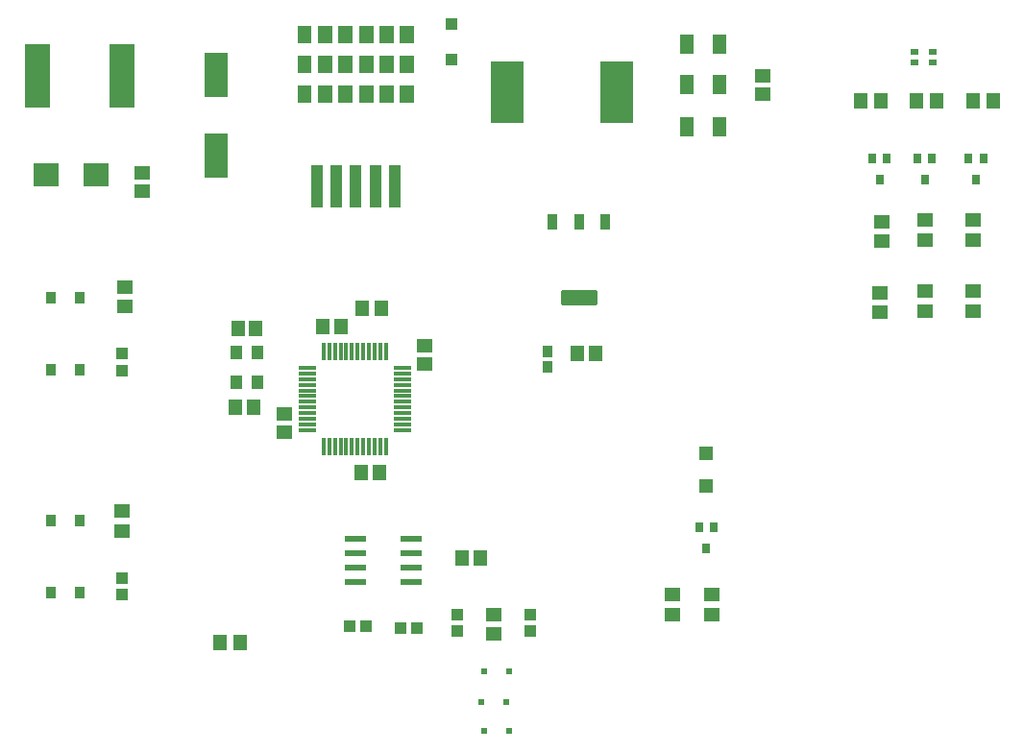
<source format=gtp>
G04*
G04 #@! TF.GenerationSoftware,Altium Limited,Altium Designer,25.2.1 (25)*
G04*
G04 Layer_Color=8421504*
%FSLAX44Y44*%
%MOMM*%
G71*
G04*
G04 #@! TF.SameCoordinates,6A0C6451-6BFE-4A27-B80D-F8B4996A6162*
G04*
G04*
G04 #@! TF.FilePolarity,Positive*
G04*
G01*
G75*
%ADD18R,1.4000X1.3000*%
G04:AMPARAMS|DCode=19|XSize=0.28mm|YSize=1.56mm|CornerRadius=0.07mm|HoleSize=0mm|Usage=FLASHONLY|Rotation=0.000|XOffset=0mm|YOffset=0mm|HoleType=Round|Shape=RoundedRectangle|*
%AMROUNDEDRECTD19*
21,1,0.2800,1.4200,0,0,0.0*
21,1,0.1400,1.5600,0,0,0.0*
1,1,0.1400,0.0700,-0.7100*
1,1,0.1400,-0.0700,-0.7100*
1,1,0.1400,-0.0700,0.7100*
1,1,0.1400,0.0700,0.7100*
%
%ADD19ROUNDEDRECTD19*%
G04:AMPARAMS|DCode=20|XSize=0.28mm|YSize=1.56mm|CornerRadius=0.07mm|HoleSize=0mm|Usage=FLASHONLY|Rotation=90.000|XOffset=0mm|YOffset=0mm|HoleType=Round|Shape=RoundedRectangle|*
%AMROUNDEDRECTD20*
21,1,0.2800,1.4200,0,0,90.0*
21,1,0.1400,1.5600,0,0,90.0*
1,1,0.1400,0.7100,0.0700*
1,1,0.1400,0.7100,-0.0700*
1,1,0.1400,-0.7100,-0.0700*
1,1,0.1400,-0.7100,0.0700*
%
%ADD20ROUNDEDRECTD20*%
%ADD21R,1.3000X1.4000*%
%ADD22R,1.0200X1.0400*%
%ADD23R,1.1500X1.3500*%
%ADD24R,1.0400X1.0200*%
%ADD25R,0.6000X0.6000*%
%ADD26R,0.7000X0.9000*%
G04:AMPARAMS|DCode=27|XSize=1.31mm|YSize=3.24mm|CornerRadius=0.0983mm|HoleSize=0mm|Usage=FLASHONLY|Rotation=270.000|XOffset=0mm|YOffset=0mm|HoleType=Round|Shape=RoundedRectangle|*
%AMROUNDEDRECTD27*
21,1,1.3100,3.0435,0,0,270.0*
21,1,1.1135,3.2400,0,0,270.0*
1,1,0.1965,-1.5218,-0.5568*
1,1,0.1965,-1.5218,0.5568*
1,1,0.1965,1.5218,0.5568*
1,1,0.1965,1.5218,-0.5568*
%
%ADD27ROUNDEDRECTD27*%
G04:AMPARAMS|DCode=28|XSize=1.31mm|YSize=0.93mm|CornerRadius=0.0698mm|HoleSize=0mm|Usage=FLASHONLY|Rotation=270.000|XOffset=0mm|YOffset=0mm|HoleType=Round|Shape=RoundedRectangle|*
%AMROUNDEDRECTD28*
21,1,1.3100,0.7905,0,0,270.0*
21,1,1.1705,0.9300,0,0,270.0*
1,1,0.1395,-0.3953,-0.5853*
1,1,0.1395,-0.3953,0.5853*
1,1,0.1395,0.3953,0.5853*
1,1,0.1395,0.3953,-0.5853*
%
%ADD28ROUNDEDRECTD28*%
%ADD29R,0.9900X3.7900*%
%ADD30R,0.8000X0.5000*%
%ADD31R,1.0500X1.3000*%
%ADD32R,2.3114X5.6134*%
%ADD33R,1.3500X1.1500*%
%ADD34R,1.0900X1.0800*%
%ADD35R,2.9000X5.4000*%
%ADD36R,2.0000X4.0000*%
%ADD37R,2.2800X2.1200*%
%ADD38R,1.3000X1.8000*%
G04:AMPARAMS|DCode=39|XSize=1.1mm|YSize=0.9mm|CornerRadius=0.225mm|HoleSize=0mm|Usage=FLASHONLY|Rotation=270.000|XOffset=0mm|YOffset=0mm|HoleType=Round|Shape=RoundedRectangle|*
%AMROUNDEDRECTD39*
21,1,1.1000,0.4500,0,0,270.0*
21,1,0.6500,0.9000,0,0,270.0*
1,1,0.4500,-0.2250,-0.3250*
1,1,0.4500,-0.2250,0.3250*
1,1,0.4500,0.2250,0.3250*
1,1,0.4500,0.2250,-0.3250*
%
%ADD39ROUNDEDRECTD39*%
%ADD40R,0.9300X1.0100*%
%ADD41R,1.2000X1.2000*%
%ADD42R,1.2000X1.2000*%
%ADD43R,1.9812X0.5334*%
G36*
X888200Y1201200D02*
X875700D01*
Y1216400D01*
X888200D01*
Y1201200D01*
D02*
G37*
G36*
X870100D02*
X857600D01*
Y1216400D01*
X870100D01*
Y1201200D01*
D02*
G37*
G36*
X852000D02*
X839500D01*
Y1216400D01*
X852000D01*
Y1201200D01*
D02*
G37*
G36*
X888200Y1174900D02*
X875700D01*
Y1190100D01*
X888200D01*
Y1174900D01*
D02*
G37*
G36*
X870100D02*
X857600D01*
Y1190100D01*
X870100D01*
Y1174900D01*
D02*
G37*
G36*
X852000D02*
X839500D01*
Y1190100D01*
X852000D01*
Y1174900D01*
D02*
G37*
G36*
X888200Y1148600D02*
X875700D01*
Y1163800D01*
X888200D01*
Y1148600D01*
D02*
G37*
G36*
X870100D02*
X857600D01*
Y1163800D01*
X870100D01*
Y1148600D01*
D02*
G37*
G36*
X852000D02*
X839500D01*
Y1163800D01*
X852000D01*
Y1148600D01*
D02*
G37*
G36*
X942500Y1201200D02*
X930000D01*
Y1216400D01*
X942500D01*
Y1201200D01*
D02*
G37*
G36*
X924400D02*
X911900D01*
Y1216400D01*
X924400D01*
Y1201200D01*
D02*
G37*
G36*
X906300D02*
X893800D01*
Y1216400D01*
X906300D01*
Y1201200D01*
D02*
G37*
G36*
X942500Y1174900D02*
X930000D01*
Y1190100D01*
X942500D01*
Y1174900D01*
D02*
G37*
G36*
X924400D02*
X911900D01*
Y1190100D01*
X924400D01*
Y1174900D01*
D02*
G37*
G36*
X906300D02*
X893800D01*
Y1190100D01*
X906300D01*
Y1174900D01*
D02*
G37*
G36*
X942500Y1148600D02*
X930000D01*
Y1163800D01*
X942500D01*
Y1148600D01*
D02*
G37*
G36*
X924400D02*
X911900D01*
Y1163800D01*
X924400D01*
Y1148600D01*
D02*
G37*
G36*
X906300D02*
X893800D01*
Y1163800D01*
X906300D01*
Y1148600D01*
D02*
G37*
D18*
X952000Y934000D02*
D03*
Y918000D02*
D03*
X828000Y858000D02*
D03*
Y874000D02*
D03*
X703000Y1071000D02*
D03*
Y1087000D02*
D03*
X1250000Y1172500D02*
D03*
Y1156500D02*
D03*
D19*
X862540Y929260D02*
D03*
X867540D02*
D03*
X872540D02*
D03*
X877540D02*
D03*
X882540D02*
D03*
X887540D02*
D03*
X892540D02*
D03*
X897540D02*
D03*
X902540D02*
D03*
X907540D02*
D03*
X912540D02*
D03*
X917540D02*
D03*
Y845660D02*
D03*
X912540D02*
D03*
X907540D02*
D03*
X902540D02*
D03*
X897540D02*
D03*
X892540D02*
D03*
X887540D02*
D03*
X882540D02*
D03*
X877540D02*
D03*
X872540D02*
D03*
X867540D02*
D03*
X862540D02*
D03*
D20*
X931840Y914960D02*
D03*
Y909960D02*
D03*
Y904960D02*
D03*
Y899960D02*
D03*
Y894960D02*
D03*
Y889960D02*
D03*
Y884960D02*
D03*
Y879960D02*
D03*
Y874960D02*
D03*
Y869960D02*
D03*
Y864960D02*
D03*
Y859960D02*
D03*
X848240D02*
D03*
Y864960D02*
D03*
Y869960D02*
D03*
Y874960D02*
D03*
Y879960D02*
D03*
Y884960D02*
D03*
Y889960D02*
D03*
Y894960D02*
D03*
Y899960D02*
D03*
Y904960D02*
D03*
Y909960D02*
D03*
Y914960D02*
D03*
D21*
X896000Y823000D02*
D03*
X912000D02*
D03*
X878000Y951000D02*
D03*
X862000D02*
D03*
X985000Y747000D02*
D03*
X1001000D02*
D03*
X1102500Y927500D02*
D03*
X1086500D02*
D03*
X787000Y950000D02*
D03*
X803000D02*
D03*
X784501Y880000D02*
D03*
X800500D02*
D03*
D22*
X1045000Y682500D02*
D03*
Y697200D02*
D03*
X980000D02*
D03*
Y682500D02*
D03*
X685000Y729850D02*
D03*
Y715150D02*
D03*
X685000Y927350D02*
D03*
Y912650D02*
D03*
D23*
X1452500Y1150000D02*
D03*
X1435000D02*
D03*
X1353750Y1150000D02*
D03*
X1336250D02*
D03*
X1402500Y1150000D02*
D03*
X1385000D02*
D03*
X913750Y967500D02*
D03*
X896250D02*
D03*
X771250Y672500D02*
D03*
X788750D02*
D03*
D24*
X945000Y685000D02*
D03*
X930300D02*
D03*
X899850Y687501D02*
D03*
X885150D02*
D03*
D25*
X1004000Y595000D02*
D03*
X1026000D02*
D03*
X1004000Y647500D02*
D03*
X1026000D02*
D03*
X1023501Y620000D02*
D03*
X1001500D02*
D03*
D26*
X1444000Y1099400D02*
D03*
X1431000D02*
D03*
X1437500Y1080400D02*
D03*
X1392500Y1080500D02*
D03*
X1386000Y1099500D02*
D03*
X1399000D02*
D03*
X1352500Y1080500D02*
D03*
X1346000Y1099500D02*
D03*
X1359000D02*
D03*
X1206500Y774500D02*
D03*
X1193500D02*
D03*
X1200000Y755500D02*
D03*
D27*
X1087500Y976550D02*
D03*
D28*
X1064600Y1043449D02*
D03*
X1087500D02*
D03*
X1110400D02*
D03*
D29*
X857000Y1075000D02*
D03*
X874000D02*
D03*
X891000D02*
D03*
X908000D02*
D03*
X925000D02*
D03*
D30*
X1399500Y1184500D02*
D03*
Y1193500D02*
D03*
X1383500D02*
D03*
Y1184500D02*
D03*
D31*
X804250Y902000D02*
D03*
X785750D02*
D03*
X804250Y928000D02*
D03*
X785750D02*
D03*
D32*
X684584Y1172500D02*
D03*
X610416D02*
D03*
D33*
X1392500Y1045000D02*
D03*
Y1027500D02*
D03*
X1435000Y965000D02*
D03*
Y982500D02*
D03*
Y1045000D02*
D03*
Y1027500D02*
D03*
X1355000Y1043750D02*
D03*
Y1026250D02*
D03*
X1392500Y965000D02*
D03*
Y982500D02*
D03*
X1352500Y963750D02*
D03*
Y981250D02*
D03*
X685000Y771250D02*
D03*
Y788750D02*
D03*
X1170000Y715000D02*
D03*
Y697500D02*
D03*
X1205000Y697500D02*
D03*
Y715000D02*
D03*
X1012500Y697500D02*
D03*
Y680000D02*
D03*
X687500Y968750D02*
D03*
Y986250D02*
D03*
D34*
X975000Y1218250D02*
D03*
Y1186750D02*
D03*
D35*
X1024000Y1157500D02*
D03*
X1121000D02*
D03*
D36*
X767500Y1102000D02*
D03*
Y1173000D02*
D03*
D37*
X618350Y1085000D02*
D03*
X661650D02*
D03*
D38*
X1211500Y1127500D02*
D03*
X1182500D02*
D03*
X1211500Y1165000D02*
D03*
X1182500D02*
D03*
X1211500Y1200000D02*
D03*
X1182500D02*
D03*
D39*
X647500Y780000D02*
D03*
X622100D02*
D03*
Y717000D02*
D03*
X647500D02*
D03*
X647700Y913500D02*
D03*
X622300D02*
D03*
Y976500D02*
D03*
X647700D02*
D03*
D40*
X1060000Y929590D02*
D03*
Y915410D02*
D03*
D41*
X1200000Y810700D02*
D03*
D42*
Y839300D02*
D03*
D43*
X939638Y764050D02*
D03*
Y751350D02*
D03*
Y738650D02*
D03*
Y725950D02*
D03*
X890362D02*
D03*
Y738650D02*
D03*
Y751350D02*
D03*
Y764050D02*
D03*
M02*

</source>
